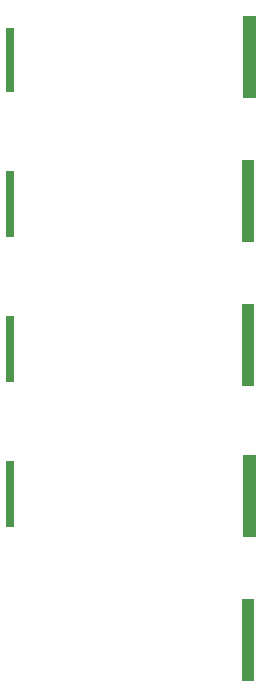
<source format=gbr>
%TF.GenerationSoftware,Altium Limited,Altium Designer,24.9.1 (31)*%
G04 Layer_Color=0*
%FSLAX45Y45*%
%MOMM*%
%TF.SameCoordinates,27D3D336-BC1F-43B1-B9D8-2BE266924E3D*%
%TF.FilePolarity,Positive*%
%TF.FileFunction,NonPlated,1,2,NPTH,Drill*%
%TF.Part,Single*%
G01*
G75*
G36*
X6219520Y2159000D02*
Y2712720D01*
X6281420D01*
Y2159000D01*
X6219520D01*
D02*
G37*
G36*
Y3385820D02*
Y3939540D01*
X6281420D01*
Y3385820D01*
X6219520D01*
D02*
G37*
G36*
Y4612640D02*
Y5166360D01*
X6281420D01*
Y4612640D01*
X6219520D01*
D02*
G37*
G36*
X8211896Y848360D02*
X8321040D01*
Y1544320D01*
X8211896D01*
Y848360D01*
D02*
G37*
G36*
X8212173Y4569759D02*
X8321317D01*
Y5265719D01*
X8212173D01*
Y4569759D01*
D02*
G37*
G36*
Y3347720D02*
X8321317D01*
Y4043680D01*
X8212173D01*
Y3347720D01*
D02*
G37*
G36*
X8223288Y2067560D02*
X8332432D01*
Y2763520D01*
X8223288D01*
Y2067560D01*
D02*
G37*
G36*
X6219520Y5839460D02*
Y6380480D01*
X6281420D01*
Y5839460D01*
X6219520D01*
D02*
G37*
G36*
X8223288Y5783580D02*
X8332432D01*
Y6479540D01*
X8223288D01*
Y5783580D01*
D02*
G37*
%TF.MD5,07a05afb99d019cc2cd32a97222c073e*%
M02*

</source>
